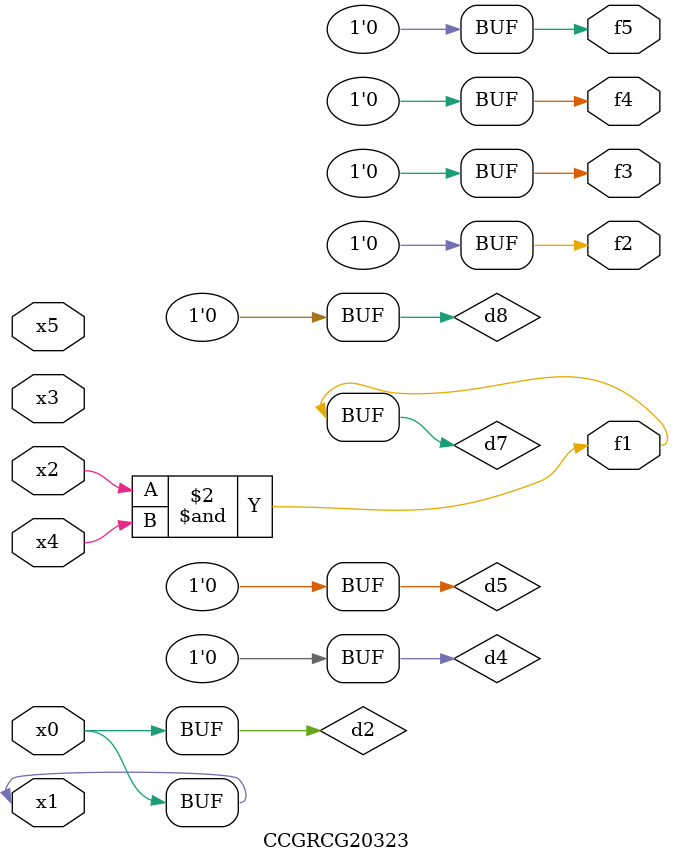
<source format=v>
module CCGRCG20323(
	input x0, x1, x2, x3, x4, x5,
	output f1, f2, f3, f4, f5
);

	wire d1, d2, d3, d4, d5, d6, d7, d8, d9;

	nand (d1, x1);
	buf (d2, x0, x1);
	nand (d3, x2, x4);
	and (d4, d1, d2);
	and (d5, d1, d2);
	nand (d6, d1, d3);
	not (d7, d3);
	xor (d8, d5);
	nor (d9, d5, d6);
	assign f1 = d7;
	assign f2 = d8;
	assign f3 = d8;
	assign f4 = d8;
	assign f5 = d8;
endmodule

</source>
